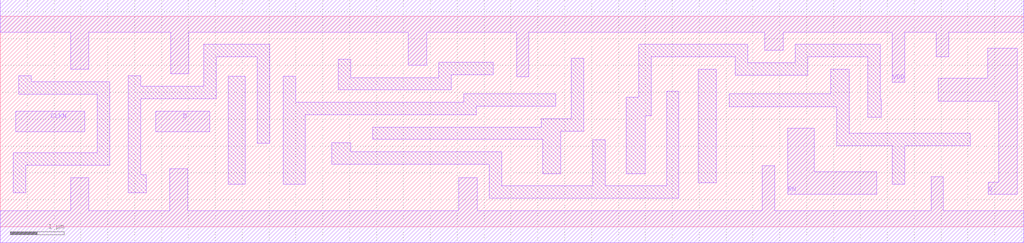
<source format=lef>
# Copyright 2022 GlobalFoundries PDK Authors
#
# Licensed under the Apache License, Version 2.0 (the "License");
# you may not use this file except in compliance with the License.
# You may obtain a copy of the License at
#
#      http://www.apache.org/licenses/LICENSE-2.0
#
# Unless required by applicable law or agreed to in writing, software
# distributed under the License is distributed on an "AS IS" BASIS,
# WITHOUT WARRANTIES OR CONDITIONS OF ANY KIND, either express or implied.
# See the License for the specific language governing permissions and
# limitations under the License.

MACRO gf180mcu_fd_sc_mcu7t5v0__dffnrnq_1
  CLASS core ;
  FOREIGN gf180mcu_fd_sc_mcu7t5v0__dffnrnq_1 0.0 0.0 ;
  ORIGIN 0 0 ;
  SYMMETRY X Y ;
  SITE GF018hv5v_mcu_sc7 ;
  SIZE 19.04 BY 3.92 ;
  PIN D
    DIRECTION INPUT ;
    ANTENNAGATEAREA 0.614 ;
    PORT
      LAYER METAL1 ;
        POLYGON 2.89 1.77 3.895 1.77 3.895 2.15 2.89 2.15  ;
    END
  END D
  PIN RN
    DIRECTION INPUT ;
    ANTENNAGATEAREA 1.318 ;
    PORT
      LAYER METAL1 ;
        POLYGON 14.65 0.6 16.3 0.6 16.3 1.02 15.14 1.02 15.14 1.83 14.65 1.83  ;
    END
  END RN
  PIN CLKN
    DIRECTION INPUT ;
    USE clock ;
    ANTENNAGATEAREA 0.6755 ;
    PORT
      LAYER METAL1 ;
        POLYGON 0.29 1.77 1.575 1.77 1.575 2.15 0.29 2.15  ;
    END
  END CLKN
  PIN Q
    DIRECTION OUTPUT ;
    ANTENNADIFFAREA 0.8668 ;
    PORT
      LAYER METAL1 ;
        POLYGON 17.45 2.33 18.04 2.33 18.57 2.33 18.57 0.83 18.38 0.83 18.38 0.6 18.92 0.6 18.92 3.32 18.365 3.32 18.365 2.765 18.04 2.765 17.45 2.765  ;
    END
  END Q
  PIN VDD
    DIRECTION INOUT ;
    USE power ;
    SHAPE ABUTMENT ;
    PORT
      LAYER METAL1 ;
        POLYGON 0 3.62 1.31 3.62 1.31 2.93 1.65 2.93 1.65 3.62 2.035 3.62 3.17 3.62 3.17 2.845 3.51 2.845 3.51 3.62 5.015 3.62 7.59 3.62 7.59 3.005 7.93 3.005 7.93 3.62 9.17 3.62 9.605 3.62 9.605 2.79 9.835 2.79 9.835 3.62 10.33 3.62 10.855 3.62 14.22 3.62 14.22 3.28 14.56 3.28 14.56 3.62 16.385 3.62 16.595 3.62 16.595 2.69 16.825 2.69 16.825 3.62 17.415 3.62 17.415 3.16 17.645 3.16 17.645 3.62 18.04 3.62 19.04 3.62 19.04 4.22 18.04 4.22 16.385 4.22 10.855 4.22 10.33 4.22 9.17 4.22 5.015 4.22 2.035 4.22 0 4.22  ;
    END
  END VDD
  PIN VSS
    DIRECTION INOUT ;
    USE ground ;
    SHAPE ABUTMENT ;
    PORT
      LAYER METAL1 ;
        POLYGON 0 -0.3 19.04 -0.3 19.04 0.3 17.545 0.3 17.545 0.93 17.315 0.93 17.315 0.3 14.405 0.3 14.405 1.13 14.175 1.13 14.175 0.3 8.87 0.3 8.87 0.915 8.53 0.915 8.53 0.3 3.49 0.3 3.49 1.075 3.15 1.075 3.15 0.3 1.65 0.3 1.65 0.915 1.31 0.915 1.31 0.3 0 0.3  ;
    END
  END VSS
  OBS
      LAYER METAL1 ;
        POLYGON 0.345 2.465 1.805 2.465 1.805 1.375 0.245 1.375 0.245 0.63 0.475 0.63 0.475 1.145 2.035 1.145 2.035 2.7 0.575 2.7 0.575 2.805 0.345 2.805  ;
        POLYGON 4.245 0.79 4.555 0.79 4.555 2.8 4.245 2.8  ;
        POLYGON 2.615 2.38 4.015 2.38 4.015 3.16 4.785 3.16 4.785 1.555 5.015 1.555 5.015 3.39 3.785 3.39 3.785 2.61 2.615 2.61 2.615 2.805 2.385 2.805 2.385 0.63 2.715 0.63 2.715 0.97 2.615 0.97  ;
        POLYGON 6.285 2.545 8.39 2.545 8.39 2.83 9.17 2.83 9.17 3.06 8.16 3.06 8.16 2.775 6.515 2.775 6.515 3.115 6.285 3.115  ;
        POLYGON 5.265 0.79 5.675 0.79 5.675 2.085 8.85 2.085 8.85 2.24 10.33 2.24 10.33 2.47 8.62 2.47 8.62 2.315 5.495 2.315 5.495 2.8 5.265 2.8  ;
        POLYGON 6.93 1.625 10.09 1.625 10.09 0.99 10.43 0.99 10.43 1.78 10.855 1.78 10.855 3.13 10.625 3.13 10.625 2.01 10.06 2.01 10.06 1.855 6.93 1.855  ;
        POLYGON 6.17 1.165 9.1 1.165 9.1 0.53 12.625 0.53 12.625 2.525 12.395 2.525 12.395 0.76 11.255 0.76 11.255 1.62 11.025 1.62 11.025 0.76 9.33 0.76 9.33 1.395 6.515 1.395 6.515 1.565 6.17 1.565  ;
        POLYGON 12.98 0.82 13.32 0.82 13.32 2.93 12.98 2.93  ;
        POLYGON 11.645 0.99 11.995 0.99 11.995 2.065 12.105 2.065 12.105 3.16 13.67 3.16 13.67 2.815 15.02 2.815 15.02 3.16 16.135 3.16 16.135 2.035 16.385 2.035 16.385 2.375 16.365 2.375 16.365 3.39 14.79 3.39 14.79 3.05 13.9 3.05 13.9 3.39 11.875 3.39 11.875 2.405 11.645 2.405  ;
        POLYGON 13.56 2.235 15.56 2.235 15.56 1.505 16.595 1.505 16.595 0.79 16.825 0.79 16.825 1.505 18.04 1.505 18.04 1.735 15.79 1.735 15.79 2.93 15.45 2.93 15.45 2.47 13.56 2.47  ;
  END
END gf180mcu_fd_sc_mcu7t5v0__dffnrnq_1

</source>
